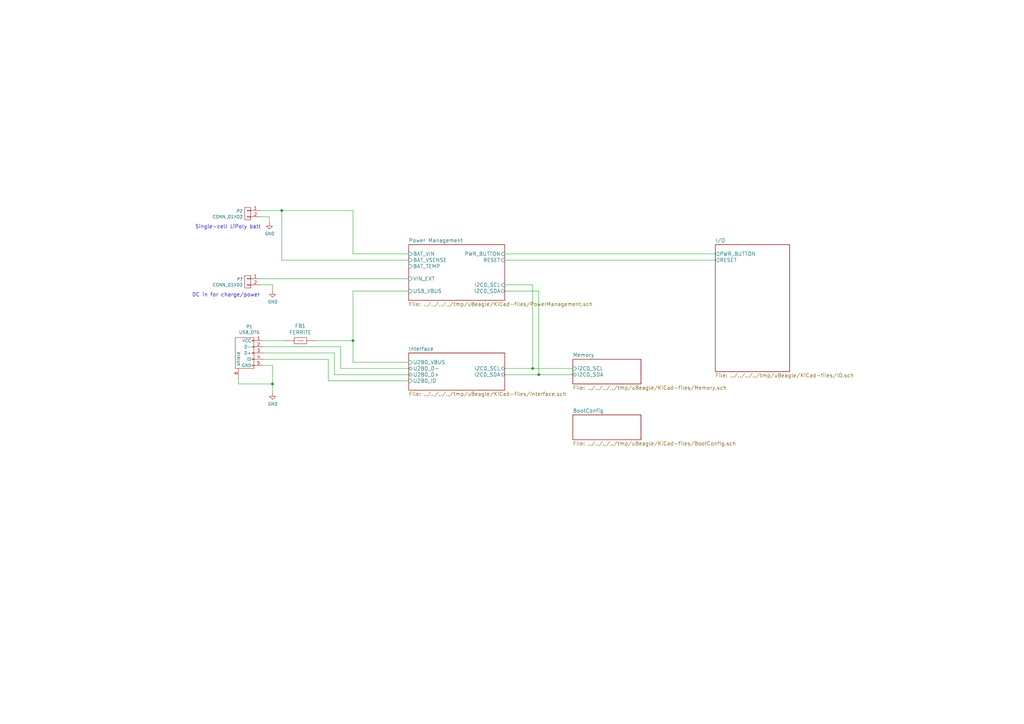
<source format=kicad_sch>
(kicad_sch (version 20230121) (generator eeschema)
  (paper "A3")
  (title_block (company "Gray Cat Labs"))
  (lib_symbols
    (symbol "uBeagle-rescue:CONN_01X02" (pin_names (offset 1.016) hide)
      (property "Reference" "P" (at 0 3.81 0))
      (property "Value" "CONN_01X02" (at 2.54 0 90))
      (symbol "CONN_01X02_0_1"
        (rectangle (start -1.27 -1.143) (end 0.254 -1.397))
        (rectangle (start -1.27 1.397) (end 0.254 1.143))
        (rectangle (start -1.27 2.54) (end 1.27 -2.54))
      )
      (symbol "CONN_01X02_1_1"
        (pin passive line (at -5.08 1.27 0) (length 3.81) (name "P1") (number "1"))
        (pin passive line (at -5.08 -1.27 0) (length 3.81) (name "P2") (number "2"))
      )
    )
    (symbol "uBeagle-rescue:FERRITE" (pin_numbers hide) (pin_names (offset 1.016) hide)
      (property "Reference" "FB" (at -1.27 2.54 0))
      (property "Value" "FERRITE" (at 0 -2.54 0))
      (symbol "FERRITE_0_1"
        (rectangle (start -2.54 1.27) (end 2.54 -1.27))
        (polyline (pts (xy -1.27 0) (xy 1.27 0)))
      )
      (symbol "FERRITE_1_1"
        (pin input line (at -6.35 0 0) (length 3.81) (name "A") (number "1"))
        (pin input line (at 6.35 0 180) (length 3.81) (name "B") (number "2"))
      )
    )
    (symbol "uBeagle-rescue:GND" (power) (pin_names (offset 0))
      (property "Value" "GND" (at 0 -3.81 0))
      (symbol "GND_0_1"
        (polyline (pts (xy 0 0) (xy 0 -1.27) (xy 1.27 -1.27) (xy 0 -2.54) (xy -1.27 -1.27) (xy 0 -1.27)))
      )
      (symbol "GND_1_1"
        (pin power_in line (at 0 0 270) (length 0) hide (name "GND") (number "1"))
      )
    )
    (symbol "uBeagle-rescue:USB_OTG" (pin_names (offset 1.016))
      (property "Reference" "P" (at 8.255 -3.175 0))
      (property "Value" "USB_OTG" (at 0 5.08 0))
      (symbol "USB_OTG_0_1"
        (rectangle (start -6.35 -3.81) (end 6.35 3.81))
        (rectangle (start -5.207 -3.81) (end -4.953 -3.048))
        (rectangle (start -2.667 -3.81) (end -2.413 -3.048))
        (rectangle (start -0.127 -3.81) (end 0.127 -3.048))
        (rectangle (start 2.413 -3.81) (end 2.667 -3.048))
        (rectangle (start 4.953 -3.81) (end 5.207 -3.048))
      )
      (symbol "USB_OTG_1_1"
        (pin power_out line (at -5.08 -7.62 90) (length 3.81) (name "VCC") (number "1"))
        (pin passive line (at -2.54 -7.62 90) (length 3.81) (name "D-") (number "2"))
        (pin passive line (at 0 -7.62 90) (length 3.81) (name "D+") (number "3"))
        (pin power_in line (at 2.54 -7.62 90) (length 3.81) (name "ID") (number "4"))
        (pin power_in line (at 5.08 -7.62 90) (length 3.81) (name "GND") (number "5"))
        (pin passive line (at 10.16 2.54 180) (length 3.81) (name "shield") (number "6"))
      )
    )
  )
  (junction (at 111.76 157.48))
  (junction (at 220.98 153.67))
  (junction (at 115.57 86.36))
  (junction (at 144.78 139.7))
  (junction (at 218.44 151.13))
  (wire (pts (xy 97.79 154.94) (xy 97.79 157.48)))
  (wire (pts (xy 139.7 151.13) (xy 167.64 151.13)))
  (wire (pts (xy 220.98 119.38) (xy 207.01 119.38)))
  (wire (pts (xy 106.68 86.36) (xy 115.57 86.36)))
  (wire (pts (xy 144.78 86.36) (xy 144.78 104.14)))
  (wire (pts (xy 220.98 153.67) (xy 234.95 153.67)))
  (wire (pts (xy 106.68 116.84) (xy 111.76 116.84)))
  (wire (pts (xy 107.95 147.32) (xy 134.62 147.32)))
  (wire (pts (xy 129.54 139.7) (xy 144.78 139.7)))
  (wire (pts (xy 218.44 151.13) (xy 234.95 151.13)))
  (wire (pts (xy 111.76 149.86) (xy 111.76 157.48)))
  (wire (pts (xy 134.62 147.32) (xy 134.62 156.21)))
  (wire (pts (xy 115.57 106.68) (xy 115.57 86.36)))
  (wire (pts (xy 134.62 156.21) (xy 167.64 156.21)))
  (wire (pts (xy 110.49 88.9) (xy 106.68 88.9)))
  (wire (pts (xy 207.01 104.14) (xy 293.37 104.14)))
  (wire (pts (xy 137.16 144.78) (xy 107.95 144.78)))
  (wire (pts (xy 107.95 149.86) (xy 111.76 149.86)))
  (wire (pts (xy 97.79 157.48) (xy 111.76 157.48)))
  (wire (pts (xy 207.01 116.84) (xy 218.44 116.84)))
  (wire (pts (xy 107.95 142.24) (xy 139.7 142.24)))
  (wire (pts (xy 111.76 116.84) (xy 111.76 119.38)))
  (wire (pts (xy 144.78 148.59) (xy 167.64 148.59)))
  (wire (pts (xy 207.01 106.68) (xy 293.37 106.68)))
  (wire (pts (xy 218.44 116.84) (xy 218.44 151.13)))
  (wire (pts (xy 207.01 153.67) (xy 220.98 153.67)))
  (wire (pts (xy 139.7 142.24) (xy 139.7 151.13)))
  (wire (pts (xy 220.98 153.67) (xy 220.98 119.38)))
  (wire (pts (xy 107.95 139.7) (xy 116.84 139.7)))
  (wire (pts (xy 167.64 106.68) (xy 115.57 106.68)))
  (wire (pts (xy 144.78 119.38) (xy 144.78 139.7)))
  (wire (pts (xy 144.78 104.14) (xy 167.64 104.14)))
  (wire (pts (xy 144.78 119.38) (xy 167.64 119.38)))
  (wire (pts (xy 167.64 153.67) (xy 137.16 153.67)))
  (wire (pts (xy 207.01 151.13) (xy 218.44 151.13)))
  (wire (pts (xy 110.49 91.44) (xy 110.49 88.9)))
  (wire (pts (xy 167.64 114.3) (xy 106.68 114.3)))
  (wire (pts (xy 115.57 86.36) (xy 144.78 86.36)))
  (wire (pts (xy 144.78 139.7) (xy 144.78 148.59)))
  (wire (pts (xy 111.76 157.48) (xy 111.76 161.29)))
  (wire (pts (xy 137.16 153.67) (xy 137.16 144.78)))
  (text "Single-cell LiPoly batt" (at 80.01 93.98 0) (effects (font (size 1.524 1.524)) (justify left bottom)))
  (text "DC in for charge/power" (at 78.74 121.92 0) (effects (font (size 1.524 1.524)) (justify left bottom)))
  (symbol (lib_id "uBeagle-rescue:USB_OTG") (at 100.33 144.78 90) (mirror x) (unit 1)
    (property "Reference" "P1" (at 102.2604 133.985 90))
    (property "Value" "USB_OTG" (at 102.2604 136.2964 90))
  )
  (symbol (lib_id "uBeagle-rescue:CONN_01X02") (at 101.6 87.63 0) (mirror y) (unit 1)
    (property "Reference" "P2" (at 99.6188 86.5886 0) (effects (justify left)))
    (property "Value" "CONN_01X02" (at 99.6188 88.9 0) (effects (justify left)))
  )
  (symbol (lib_id "uBeagle-rescue:GND") (at 110.49 91.44 0) (unit 1)
    (property "Reference" "#PWR1" (effects hide))
    (property "Value" "GND" (at 110.617 95.8342 0))
  )
  (symbol (lib_id "uBeagle-rescue:FERRITE") (at 123.19 139.7 0) (unit 1)
    (property "Reference" "FB1" (at 123.19 133.6802 0) (effects (font (size 1.524 1.524))))
    (property "Value" "FERRITE" (at 123.19 136.3726 0) (effects (font (size 1.524 1.524))))
  )
  (symbol (lib_id "uBeagle-rescue:GND") (at 111.76 161.29 0) (unit 1)
    (property "Reference" "#PWR2" (effects hide))
    (property "Value" "GND" (at 111.887 165.6842 0))
  )
  (symbol (lib_id "uBeagle-rescue:CONN_01X02") (at 101.6 115.57 0) (mirror y) (unit 1)
    (property "Reference" "P?" (at 99.6188 114.5286 0) (effects (justify left)))
    (property "Value" "CONN_01X02" (at 99.6188 116.84 0) (effects (justify left)))
  )
  (symbol (lib_id "uBeagle-rescue:GND") (at 111.76 119.38 0) (unit 1)
    (property "Reference" "#PWR?" (effects hide))
    (property "Value" "GND" (at 111.887 123.7742 0))
  )
  (sheet (at 167.64 100.33) (size 39.37 22.86)
    (property "Sheetname" "Power Management" (at 167.64 99.4914 0) (effects (font (size 1.524 1.524)) (justify left bottom)))
    (property "Sheetfile" "../../../../tmp/uBeagle/KiCad-files/PowerManagement.sch" (at 167.64 123.8762 0) (effects (font (size 1.524 1.524)) (justify left top)))
    (pin "USB_VBUS" input (at 167.64 119.38 180) (effects (font (size 1.524 1.524))))
    (pin "BAT_VIN" input (at 167.64 104.14 180) (effects (font (size 1.524 1.524))))
    (pin "BAT_TEMP" input (at 167.64 109.22 180) (effects (font (size 1.524 1.524))))
    (pin "BAT_VSENSE" input (at 167.64 106.68 180) (effects (font (size 1.524 1.524))))
    (pin "I2C0_SCL" input (at 207.01 116.84 0) (effects (font (size 1.524 1.524))))
    (pin "I2C0_SDA" bidirectional (at 207.01 119.38 0) (effects (font (size 1.524 1.524))))
    (pin "PWR_BUTTON" input (at 207.01 104.14 0) (effects (font (size 1.524 1.524))))
    (pin "RESET" input (at 207.01 106.68 0) (effects (font (size 1.524 1.524))))
    (pin "VIN_EXT" input (at 167.64 114.3 180) (effects (font (size 1.524 1.524))))
  )
  (sheet (at 167.64 144.78) (size 39.37 15.24)
    (property "Sheetname" "Interface" (at 167.64 143.9414 0) (effects (font (size 1.524 1.524)) (justify left bottom)))
    (property "Sheetfile" "../../../../tmp/uBeagle/KiCad-files/Interface.sch" (at 167.64 160.7062 0) (effects (font (size 1.524 1.524)) (justify left top)))
    (pin "I2C0_SCL" bidirectional (at 207.01 151.13 0) (effects (font (size 1.524 1.524))))
    (pin "I2C0_SDA" bidirectional (at 207.01 153.67 0) (effects (font (size 1.524 1.524))))
    (pin "U2B0_D-" bidirectional (at 167.64 151.13 180) (effects (font (size 1.524 1.524))))
    (pin "U2B0_D+" bidirectional (at 167.64 153.67 180) (effects (font (size 1.524 1.524))))
    (pin "U2B0_VBUS" input (at 167.64 148.59 180) (effects (font (size 1.524 1.524))))
    (pin "U2B0_ID" input (at 167.64 156.21 180) (effects (font (size 1.524 1.524))))
  )
  (sheet (at 293.37 100.33) (size 30.48 52.07)
    (property "Sheetname" "I/O" (at 293.37 99.4914 0) (effects (font (size 1.524 1.524)) (justify left bottom)))
    (property "Sheetfile" "../../../../tmp/uBeagle/KiCad-files/IO.sch" (at 293.37 153.0862 0) (effects (font (size 1.524 1.524)) (justify left top)))
    (pin "PWR_BUTTON" output (at 293.37 104.14 180) (effects (font (size 1.524 1.524))))
    (pin "RESET" output (at 293.37 106.68 180) (effects (font (size 1.524 1.524))))
  )
  (sheet (at 234.95 147.32) (size 27.94 10.16)
    (property "Sheetname" "Memory" (at 234.95 146.4814 0) (effects (font (size 1.524 1.524)) (justify left bottom)))
    (property "Sheetfile" "../../../../tmp/uBeagle/KiCad-files/Memory.sch" (at 234.95 158.1662 0) (effects (font (size 1.524 1.524)) (justify left top)))
    (pin "I2C0_SCL" input (at 234.95 151.13 180) (effects (font (size 1.524 1.524))))
    (pin "I2C0_SDA" bidirectional (at 234.95 153.67 180) (effects (font (size 1.524 1.524))))
  )
  (sheet (at 234.95 170.18) (size 27.94 10.16)
    (property "Sheetname" "BootConfig" (at 234.95 169.3414 0) (effects (font (size 1.524 1.524)) (justify left bottom)))
    (property "Sheetfile" "../../../../tmp/uBeagle/KiCad-files/BootConfig.sch" (at 234.95 181.0262 0) (effects (font (size 1.524 1.524)) (justify left top)))
  )
)
</source>
